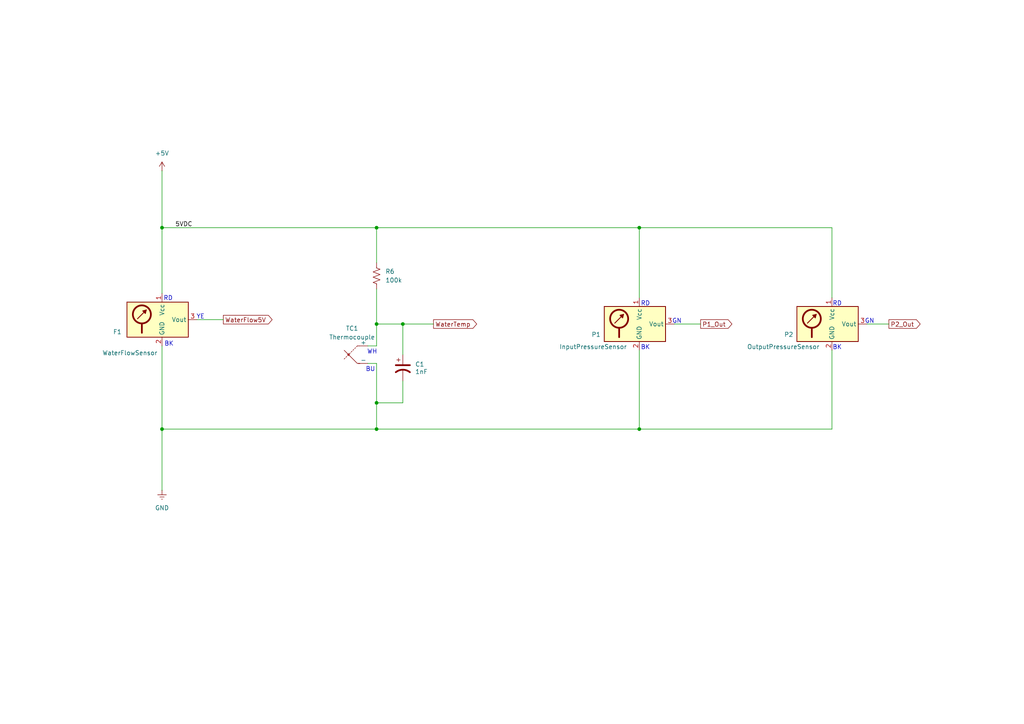
<source format=kicad_sch>
(kicad_sch (version 20250114) (generator "eeschema") (generator_version "9.0")
  (paper "A4")
  (lib_symbols
    (symbol "Device:C_Polarized_US" (pin_numbers (hide yes)) (pin_names (offset 0.254) (hide yes))
      (property "Reference" "C" (at 0.635 2.54 0))
      (property "Value" "C_Polarized_US" (at 0.635 -2.54 0))
      (symbol "C_Polarized_US_0_1"
        (polyline (pts (xy -2.032 0.762) (xy 2.032 0.762)) (stroke (width 0.508)))
        (polyline (pts (xy -1.778 2.286) (xy -0.762 2.286)))
        (polyline (pts (xy -1.27 1.778) (xy -1.27 2.794)))
        (arc (start -2.032 -1.27) (mid 0 -0.5572) (end 2.032 -1.27) (stroke (width 0.508)))
      )
      (symbol "C_Polarized_US_1_1"
        (pin passive line (at 0 3.81 270) (length 2.794) (name "~") (number "1"))
        (pin passive line (at 0 -3.81 90) (length 3.302) (name "~") (number "2"))
      )
    )
    (symbol "Device:R_US" (pin_numbers (hide yes)) (pin_names (offset 0))
      (property "Reference" "R" (at 2.54 0 90))
      (property "Value" "R_US" (at -2.54 0 90))
      (symbol "R_US_0_1"
        (polyline (pts (xy 0 2.286) (xy 0 2.54)))
        (polyline (pts (xy 0 2.286) (xy 1.016 1.905) (xy 0 1.524) (xy -1.016 1.143) (xy 0 0.762)))
        (polyline (pts (xy 0 0.762) (xy 1.016 0.381) (xy 0 0) (xy -1.016 -0.381) (xy 0 -0.762)))
        (polyline (pts (xy 0 -0.762) (xy 1.016 -1.143) (xy 0 -1.524) (xy -1.016 -1.905) (xy 0 -2.286)))
        (polyline (pts (xy 0 -2.286) (xy 0 -2.54)))
      )
      (symbol "R_US_1_1"
        (pin passive line (at 0 3.81 270) (length 1.27) (name "~") (number "1"))
        (pin passive line (at 0 -3.81 90) (length 1.27) (name "~") (number "2"))
      )
    )
    (symbol "Device:Thermocouple" (pin_numbers (hide yes)) (pin_names (offset 0))
      (property "Reference" "TC" (at -3.048 3.81 0))
      (property "Value" "Thermocouple" (at -5.08 -4.064 0))
      (symbol "Thermocouple_0_1"
        (polyline (pts (xy -4.064 -1.016) (xy -4.318 -1.27)))
        (polyline (pts (xy -3.556 -0.508) (xy -3.81 -0.762)))
        (circle (center -3.048 0) (radius 0.254) (fill (type outline)))
        (polyline (pts (xy -3.048 0) (xy -3.302 -0.254)))
        (polyline (pts (xy -2.54 0.508) (xy -2.794 0.254)))
        (polyline (pts (xy -2.032 1.016) (xy -2.286 0.762)))
        (polyline (pts (xy -1.524 1.524) (xy -1.778 1.27)))
        (polyline (pts (xy -1.016 2.032) (xy -1.27 1.778)))
        (polyline (pts (xy -0.508 2.54) (xy -0.762 2.286)))
        (polyline (pts (xy 0 2.54) (xy -0.508 2.54)))
        (polyline (pts (xy 0 -2.54) (xy -0.254 -2.54)))
        (polyline (pts (xy 0.254 -2.54) (xy -0.508 -2.54) (xy -4.318 1.27)))
      )
      (symbol "Thermocouple_1_1"
        (pin passive line (at 2.54 2.54 180) (length 2.54) (name "+") (number "1"))
        (pin passive line (at 2.54 -2.54 180) (length 2.54) (name "-") (number "2"))
      )
    )
    (symbol "Sensor_Pressure:40PC100G"
      (property "Reference" "U" (at -10.16 6.35 0))
      (property "Value" "40PC100G" (at 6.35 6.35 0))
      (symbol "40PC100G_0_1"
        (polyline (pts (xy -7.112 0.254) (xy -4.572 2.794)) (stroke (width 0.254)))
        (circle (center -5.842 1.524) (radius 2.6162) (stroke (width 0.508)))
        (polyline (pts (xy -5.842 -1.27) (xy -5.842 -3.81)) (stroke (width 0.508)))
        (polyline (pts (xy -4.572 2.794) (xy -4.826 1.778) (xy -5.588 2.54) (xy -4.572 2.794)) (stroke (width 0.254)) (fill (type outline)))
        (rectangle (start 7.62 5.08) (end -10.16 -5.08) (stroke (width 0.254)) (fill (type background)))
      )
      (symbol "40PC100G_1_1"
        (pin no_connect line (at -7.62 -5.08 90) (length 2.54) (hide yes) (name "NC") (number "4"))
        (pin no_connect line (at -5.08 -5.08 90) (length 2.54) (hide yes) (name "NC") (number "5"))
        (pin no_connect line (at -2.54 -5.08 90) (length 2.54) (hide yes) (name "NC") (number "6"))
        (pin power_in line (at 0 7.62 270) (length 2.54) (name "Vcc") (number "1"))
        (pin power_in line (at 0 -7.62 90) (length 2.54) (name "GND") (number "2"))
        (pin output line (at 10.16 0 180) (length 2.54) (name "Vout") (number "3"))
      )
    )
    (symbol "Sensor_Pressure:40PC250G"
      (property "Reference" "U" (at -10.16 6.35 0))
      (property "Value" "40PC250G" (at 6.35 6.35 0))
      (symbol "40PC250G_0_1"
        (polyline (pts (xy -7.112 0.254) (xy -4.572 2.794)) (stroke (width 0.254)))
        (circle (center -5.842 1.524) (radius 2.6162) (stroke (width 0.508)))
        (polyline (pts (xy -5.842 -1.27) (xy -5.842 -3.81)) (stroke (width 0.508)))
        (polyline (pts (xy -4.572 2.794) (xy -4.826 1.778) (xy -5.588 2.54) (xy -4.572 2.794)) (stroke (width 0.254)) (fill (type outline)))
        (rectangle (start 7.62 5.08) (end -10.16 -5.08) (stroke (width 0.254)) (fill (type background)))
      )
      (symbol "40PC250G_1_1"
        (pin no_connect line (at -7.62 -5.08 90) (length 2.54) (hide yes) (name "NC") (number "4"))
        (pin no_connect line (at -5.08 -5.08 90) (length 2.54) (hide yes) (name "NC") (number "5"))
        (pin no_connect line (at -2.54 -5.08 90) (length 2.54) (hide yes) (name "NC") (number "6"))
        (pin power_in line (at 0 7.62 270) (length 2.54) (name "Vcc") (number "1"))
        (pin power_in line (at 0 -7.62 90) (length 2.54) (name "GND") (number "2"))
        (pin output line (at 10.16 0 180) (length 2.54) (name "Vout") (number "3"))
      )
    )
    (symbol "power:+5V" (power) (pin_numbers (hide yes)) (pin_names (offset 0) (hide yes))
      (property "Value" "+5V" (at 0 3.556 0))
      (symbol "+5V_0_1"
        (polyline (pts (xy -0.762 1.27) (xy 0 2.54)))
        (polyline (pts (xy 0 2.54) (xy 0.762 1.27)))
        (polyline (pts (xy 0 0) (xy 0 2.54)))
      )
      (symbol "+5V_1_1"
        (pin power_in line (at 0 0 90) (length 0) (name "~") (number "1"))
      )
    )
    (symbol "power:GNDREF" (power) (pin_numbers (hide yes)) (pin_names (offset 0) (hide yes))
      (property "Value" "GNDREF" (at 0 -3.81 0))
      (symbol "GNDREF_0_1"
        (polyline (pts (xy -0.635 -1.905) (xy 0.635 -1.905)))
        (polyline (pts (xy -0.127 -2.54) (xy 0.127 -2.54)))
        (polyline (pts (xy 0 -1.27) (xy 0 0)))
        (polyline (pts (xy 1.27 -1.27) (xy -1.27 -1.27)))
      )
      (symbol "GNDREF_1_1"
        (pin power_in line (at 0 0 270) (length 0) (name "~") (number "1"))
      )
    )
  )
  (text "YE" (at 58.166 91.948 0) (effects (font (size 1.27 1.27))))
  (text "GN" (at 252.222 93.218 0) (effects (font (size 1.27 1.27))))
  (text "BK" (at 49.022 99.822 0) (effects (font (size 1.27 1.27))))
  (text "BU" (at 107.442 107.188 0) (effects (font (size 1.27 1.27))))
  (text "BK" (at 242.824 100.838 0) (effects (font (size 1.27 1.27))))
  (text "GN" (at 196.342 93.218 0) (effects (font (size 1.27 1.27))))
  (text "WH" (at 107.95 102.108 0) (effects (font (size 1.27 1.27))))
  (text "RD" (at 242.824 88.138 0) (effects (font (size 1.27 1.27))))
  (text "RD" (at 48.768 86.614 0) (effects (font (size 1.27 1.27))))
  (text "RD" (at 187.198 88.138 0) (effects (font (size 1.27 1.27))))
  (text "BK" (at 187.198 100.838 0) (effects (font (size 1.27 1.27))))
  (junction (at 185.42 124.46))
  (junction (at 185.42 66.04))
  (junction (at 46.99 66.04))
  (junction (at 46.99 124.46))
  (junction (at 109.22 93.98))
  (junction (at 109.22 124.46))
  (junction (at 109.22 66.04))
  (junction (at 109.22 116.84))
  (junction (at 116.84 93.98))
  (wire (pts (xy 116.84 93.98) (xy 125.73 93.98)))
  (wire (pts (xy 109.22 83.82) (xy 109.22 93.98)))
  (wire (pts (xy 109.22 93.98) (xy 116.84 93.98)))
  (wire (pts (xy 46.99 66.04) (xy 109.22 66.04)))
  (wire (pts (xy 109.22 105.41) (xy 109.22 116.84)))
  (wire (pts (xy 109.22 66.04) (xy 109.22 76.2)))
  (wire (pts (xy 241.3 101.6) (xy 241.3 124.46)))
  (wire (pts (xy 185.42 124.46) (xy 241.3 124.46)))
  (wire (pts (xy 185.42 66.04) (xy 241.3 66.04)))
  (wire (pts (xy 116.84 110.49) (xy 116.84 116.84)))
  (wire (pts (xy 109.22 66.04) (xy 185.42 66.04)))
  (wire (pts (xy 46.99 66.04) (xy 46.99 49.53)))
  (wire (pts (xy 46.99 124.46) (xy 46.99 142.24)))
  (wire (pts (xy 109.22 93.98) (xy 109.22 100.33)))
  (wire (pts (xy 116.84 116.84) (xy 109.22 116.84)))
  (wire (pts (xy 185.42 66.04) (xy 185.42 86.36)))
  (wire (pts (xy 251.46 93.98) (xy 257.81 93.98)))
  (wire (pts (xy 185.42 101.6) (xy 185.42 124.46)))
  (wire (pts (xy 106.68 105.41) (xy 109.22 105.41)))
  (wire (pts (xy 64.77 92.71) (xy 57.15 92.71)))
  (wire (pts (xy 46.99 100.33) (xy 46.99 124.46)))
  (wire (pts (xy 46.99 124.46) (xy 109.22 124.46)))
  (wire (pts (xy 109.22 124.46) (xy 185.42 124.46)))
  (wire (pts (xy 109.22 116.84) (xy 109.22 124.46)))
  (wire (pts (xy 46.99 66.04) (xy 46.99 85.09)))
  (wire (pts (xy 116.84 93.98) (xy 116.84 102.87)))
  (wire (pts (xy 109.22 100.33) (xy 106.68 100.33)))
  (wire (pts (xy 203.2 93.98) (xy 195.58 93.98)))
  (wire (pts (xy 241.3 66.04) (xy 241.3 86.36)))
  (label "5VDC" (at 50.8 66.04 0))
  (global_label "WaterTemp" (shape output) (at 125.73 93.98 0) (property "Intersheetrefs" "${INTERSHEET_REFS}" (at 138.8146 93.98 0) (effects (justify left))))
  (global_label "P1_Out" (shape output) (at 203.2 93.98 0) (property "Intersheetrefs" "${INTERSHEET_REFS}" (at 212.8375 93.98 0) (effects (justify left))))
  (global_label "WaterFlow5V" (shape output) (at 64.77 92.71 0) (property "Intersheetrefs" "${INTERSHEET_REFS}" (at 79.4875 92.71 0) (effects (justify left))))
  (global_label "P2_Out" (shape output) (at 257.81 93.98 0) (property "Intersheetrefs" "${INTERSHEET_REFS}" (at 267.4475 93.98 0) (effects (justify left))))
  (symbol (lib_id "Sensor_Pressure:40PC100G") (at 185.42 93.98 0) (unit 1)
    (property "Reference" "P1" (at 174.244 97.028 0) (effects (justify right)))
    (property "Value" "InputPressureSensor" (at 181.864 100.584 0) (effects (justify right)))
    (property "Datasheet" "http://www.honeywellscportal.com//index.php?ci_id=138832" (effects (hide yes)))
    (property "Description" "Gauge pressure sensor, 0 to 100PSI, 5V supply, 0.2% accuracy, integrated signal conditioning, excellent media compatibility" (effects (hide yes)))
  )
  (symbol (lib_id "Device:R_US") (at 109.22 80.01 0) (unit 1)
    (property "Reference" "R6" (at 111.76 78.7399 0) (effects (justify left)))
    (property "Value" "100k" (at 111.76 81.2799 0) (effects (justify left)))
    (property "Description" "Resistor, US symbol" (effects (hide yes)))
  )
  (symbol (lib_id "Sensor_Pressure:40PC100G") (at 241.3 93.98 0) (unit 1)
    (property "Reference" "P2" (at 230.124 97.028 0) (effects (justify right)))
    (property "Value" "OutputPressureSensor" (at 237.744 100.584 0) (effects (justify right)))
    (property "Datasheet" "http://www.honeywellscportal.com//index.php?ci_id=138832" (effects (hide yes)))
    (property "Description" "Gauge pressure sensor, 0 to 100PSI, 5V supply, 0.2% accuracy, integrated signal conditioning, excellent media compatibility" (effects (hide yes)))
  )
  (symbol (lib_id "power:GNDREF") (at 46.99 142.24 0) (unit 1)
    (property "Reference" "#PWR04" (effects (hide yes)))
    (property "Value" "GND" (at 46.99 147.32 0))
    (property "Description" "Power symbol creates a global label with name \"GNDREF\" , reference supply ground" (effects (hide yes)))
  )
  (symbol (lib_id "power:+5V") (at 46.99 49.53 0) (unit 1)
    (property "Reference" "#PWR018" (effects (hide yes)))
    (property "Value" "+5V" (at 46.99 44.45 0))
    (property "Description" "Power symbol creates a global label with name \"+5V\"" (effects (hide yes)))
  )
  (symbol (lib_id "Device:Thermocouple") (at 104.14 102.87 0) (unit 1)
    (property "Reference" "TC1" (at 102.108 95.25 0))
    (property "Value" "Thermocouple" (at 102.108 97.79 0))
    (property "Description" "Thermocouple" (effects (hide yes)))
  )
  (symbol (lib_id "Sensor_Pressure:40PC250G") (at 46.99 92.71 0) (unit 1)
    (property "Reference" "F1" (at 35.306 96.266 0) (effects (justify right)))
    (property "Value" "WaterFlowSensor" (at 45.72 102.362 0) (effects (justify right)))
    (property "Datasheet" "http://www.honeywellscportal.com//index.php?ci_id=138832" (effects (hide yes)))
    (property "Description" "Gauge pressure sensor, 0 to 250PSI, 5V supply, 0.2% accuracy, integrated signal conditioning, excellent media compatibility" (effects (hide yes)))
  )
  (symbol (lib_id "Device:C_Polarized_US") (at 116.84 106.68 0) (unit 1)
    (property "Reference" "C1" (at 120.396 105.664 0) (effects (justify left)))
    (property "Value" "1nF" (at 120.396 107.8231 0) (effects (justify left)))
    (property "Description" "Polarized capacitor, US symbol" (effects (hide yes)))
  )
)
</source>
